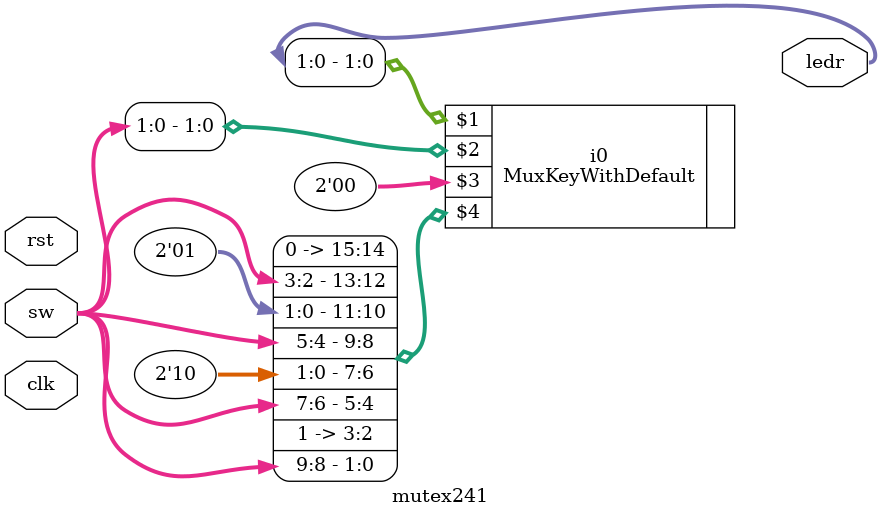
<source format=v>
module mutex241 (
    input clk,
    input rst,
    input [9:0] sw,
    output [15:0] ledr
);

    MuxKeyWithDefault #(4, 2, 2) i0 (ledr[1:0], sw[1:0], 2'b0, {
    2'b00, sw[3:2],
    2'b01, sw[5:4],
    2'b10, sw[7:6],
    2'b11, sw[9:8]
  });

endmodule
</source>
